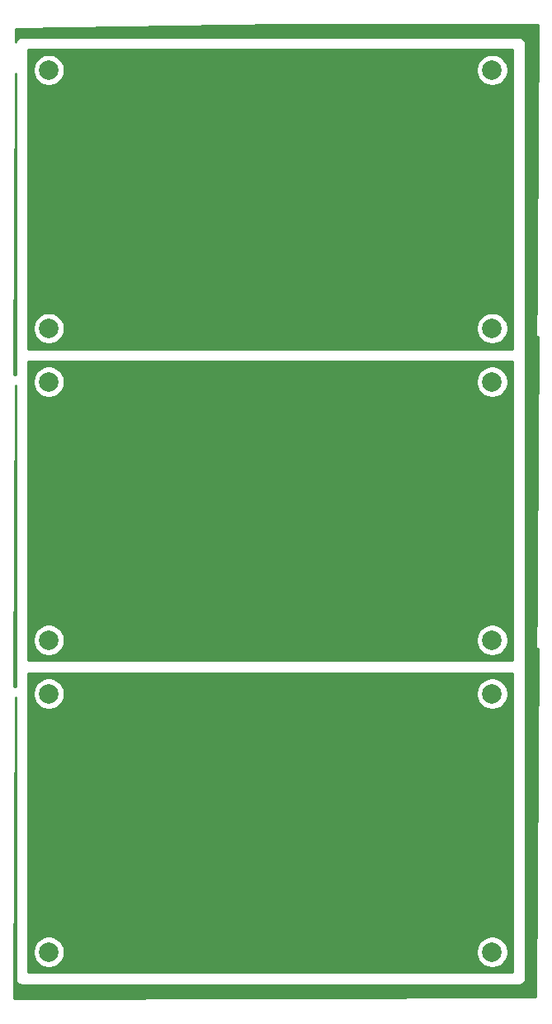
<source format=gbr>
G04 #@! TF.GenerationSoftware,KiCad,Pcbnew,5.1.5+dfsg1-2build2*
G04 #@! TF.CreationDate,2022-03-04T19:21:09-05:00*
G04 #@! TF.ProjectId,,58585858-5858-4585-9858-585858585858,rev?*
G04 #@! TF.SameCoordinates,Original*
G04 #@! TF.FileFunction,Copper,L1,Top*
G04 #@! TF.FilePolarity,Positive*
%FSLAX46Y46*%
G04 Gerber Fmt 4.6, Leading zero omitted, Abs format (unit mm)*
G04 Created by KiCad (PCBNEW 5.1.5+dfsg1-2build2) date 2022-03-04 19:21:09*
%MOMM*%
%LPD*%
G04 APERTURE LIST*
%ADD10C,1.998980*%
%ADD11C,0.254000*%
G04 APERTURE END LIST*
D10*
X135207000Y-140969080D03*
X135207000Y-108969080D03*
X89707000Y-140969080D03*
X89707000Y-108969080D03*
X135207000Y-114469080D03*
X135207000Y-82469080D03*
X89707000Y-114469080D03*
X89707000Y-82469080D03*
X135207000Y-76969080D03*
X89707000Y-76969080D03*
X135207000Y-50469080D03*
X89707000Y-50469080D03*
D11*
G36*
X86297001Y-79686651D02*
G01*
X86293807Y-79719080D01*
X86297000Y-79751499D01*
X86297000Y-81726445D01*
X86182672Y-81726726D01*
X86297000Y-50831740D01*
X86297001Y-79686651D01*
G37*
X86297001Y-79686651D02*
X86293807Y-79719080D01*
X86297000Y-79751499D01*
X86297000Y-81726445D01*
X86182672Y-81726726D01*
X86297000Y-50831740D01*
X86297001Y-79686651D01*
G36*
X137297000Y-81601007D02*
G01*
X136593913Y-81602736D01*
X136476592Y-81427153D01*
X136248927Y-81199488D01*
X135981222Y-81020613D01*
X135683763Y-80897402D01*
X135367983Y-80834590D01*
X135046017Y-80834590D01*
X134730237Y-80897402D01*
X134432778Y-81020613D01*
X134165073Y-81199488D01*
X133937408Y-81427153D01*
X133815521Y-81609570D01*
X91163593Y-81714475D01*
X91155467Y-81694858D01*
X90976592Y-81427153D01*
X90748927Y-81199488D01*
X90481222Y-81020613D01*
X90183763Y-80897402D01*
X89867983Y-80834590D01*
X89546017Y-80834590D01*
X89230237Y-80897402D01*
X88932778Y-81020613D01*
X88665073Y-81199488D01*
X88437408Y-81427153D01*
X88258533Y-81694858D01*
X88247436Y-81721648D01*
X87617000Y-81723198D01*
X87617000Y-80379080D01*
X137297000Y-80379080D01*
X137297000Y-81601007D01*
G37*
X137297000Y-81601007D02*
X136593913Y-81602736D01*
X136476592Y-81427153D01*
X136248927Y-81199488D01*
X135981222Y-81020613D01*
X135683763Y-80897402D01*
X135367983Y-80834590D01*
X135046017Y-80834590D01*
X134730237Y-80897402D01*
X134432778Y-81020613D01*
X134165073Y-81199488D01*
X133937408Y-81427153D01*
X133815521Y-81609570D01*
X91163593Y-81714475D01*
X91155467Y-81694858D01*
X90976592Y-81427153D01*
X90748927Y-81199488D01*
X90481222Y-81020613D01*
X90183763Y-80897402D01*
X89867983Y-80834590D01*
X89546017Y-80834590D01*
X89230237Y-80897402D01*
X88932778Y-81020613D01*
X88665073Y-81199488D01*
X88437408Y-81427153D01*
X88258533Y-81694858D01*
X88247436Y-81721648D01*
X87617000Y-81723198D01*
X87617000Y-80379080D01*
X137297000Y-80379080D01*
X137297000Y-81601007D01*
G36*
X139629825Y-81595269D02*
G01*
X138617000Y-81597760D01*
X138617000Y-79751499D01*
X138620193Y-79719080D01*
X138617000Y-79686661D01*
X138617000Y-47751499D01*
X138620193Y-47719080D01*
X138607450Y-47589697D01*
X138569710Y-47465287D01*
X138508425Y-47350630D01*
X138425948Y-47250132D01*
X138325450Y-47167655D01*
X138210793Y-47106370D01*
X138086383Y-47068630D01*
X137989419Y-47059080D01*
X137957000Y-47055887D01*
X137924581Y-47059080D01*
X86989419Y-47059080D01*
X86957000Y-47055887D01*
X86924581Y-47059080D01*
X86827617Y-47068630D01*
X86703207Y-47106370D01*
X86588550Y-47167655D01*
X86488052Y-47250132D01*
X86405575Y-47350630D01*
X86344290Y-47465287D01*
X86309028Y-47581530D01*
X86313818Y-46287022D01*
X113508508Y-45867320D01*
X139897167Y-45867320D01*
X139629825Y-81595269D01*
G37*
X139629825Y-81595269D02*
X138617000Y-81597760D01*
X138617000Y-79751499D01*
X138620193Y-79719080D01*
X138617000Y-79686661D01*
X138617000Y-47751499D01*
X138620193Y-47719080D01*
X138607450Y-47589697D01*
X138569710Y-47465287D01*
X138508425Y-47350630D01*
X138425948Y-47250132D01*
X138325450Y-47167655D01*
X138210793Y-47106370D01*
X138086383Y-47068630D01*
X137989419Y-47059080D01*
X137957000Y-47055887D01*
X137924581Y-47059080D01*
X86989419Y-47059080D01*
X86957000Y-47055887D01*
X86924581Y-47059080D01*
X86827617Y-47068630D01*
X86703207Y-47106370D01*
X86588550Y-47167655D01*
X86488052Y-47250132D01*
X86405575Y-47350630D01*
X86344290Y-47465287D01*
X86309028Y-47581530D01*
X86313818Y-46287022D01*
X113508508Y-45867320D01*
X139897167Y-45867320D01*
X139629825Y-81595269D01*
G36*
X137297001Y-79059080D02*
G01*
X87617000Y-79059080D01*
X87617000Y-76808097D01*
X88072510Y-76808097D01*
X88072510Y-77130063D01*
X88135322Y-77445843D01*
X88258533Y-77743302D01*
X88437408Y-78011007D01*
X88665073Y-78238672D01*
X88932778Y-78417547D01*
X89230237Y-78540758D01*
X89546017Y-78603570D01*
X89867983Y-78603570D01*
X90183763Y-78540758D01*
X90481222Y-78417547D01*
X90748927Y-78238672D01*
X90976592Y-78011007D01*
X91155467Y-77743302D01*
X91278678Y-77445843D01*
X91341490Y-77130063D01*
X91341490Y-76808097D01*
X133572510Y-76808097D01*
X133572510Y-77130063D01*
X133635322Y-77445843D01*
X133758533Y-77743302D01*
X133937408Y-78011007D01*
X134165073Y-78238672D01*
X134432778Y-78417547D01*
X134730237Y-78540758D01*
X135046017Y-78603570D01*
X135367983Y-78603570D01*
X135683763Y-78540758D01*
X135981222Y-78417547D01*
X136248927Y-78238672D01*
X136476592Y-78011007D01*
X136655467Y-77743302D01*
X136778678Y-77445843D01*
X136841490Y-77130063D01*
X136841490Y-76808097D01*
X136778678Y-76492317D01*
X136655467Y-76194858D01*
X136476592Y-75927153D01*
X136248927Y-75699488D01*
X135981222Y-75520613D01*
X135683763Y-75397402D01*
X135367983Y-75334590D01*
X135046017Y-75334590D01*
X134730237Y-75397402D01*
X134432778Y-75520613D01*
X134165073Y-75699488D01*
X133937408Y-75927153D01*
X133758533Y-76194858D01*
X133635322Y-76492317D01*
X133572510Y-76808097D01*
X91341490Y-76808097D01*
X91278678Y-76492317D01*
X91155467Y-76194858D01*
X90976592Y-75927153D01*
X90748927Y-75699488D01*
X90481222Y-75520613D01*
X90183763Y-75397402D01*
X89867983Y-75334590D01*
X89546017Y-75334590D01*
X89230237Y-75397402D01*
X88932778Y-75520613D01*
X88665073Y-75699488D01*
X88437408Y-75927153D01*
X88258533Y-76194858D01*
X88135322Y-76492317D01*
X88072510Y-76808097D01*
X87617000Y-76808097D01*
X87617000Y-50308097D01*
X88072510Y-50308097D01*
X88072510Y-50630063D01*
X88135322Y-50945843D01*
X88258533Y-51243302D01*
X88437408Y-51511007D01*
X88665073Y-51738672D01*
X88932778Y-51917547D01*
X89230237Y-52040758D01*
X89546017Y-52103570D01*
X89867983Y-52103570D01*
X90183763Y-52040758D01*
X90481222Y-51917547D01*
X90748927Y-51738672D01*
X90976592Y-51511007D01*
X91155467Y-51243302D01*
X91278678Y-50945843D01*
X91341490Y-50630063D01*
X91341490Y-50308097D01*
X133572510Y-50308097D01*
X133572510Y-50630063D01*
X133635322Y-50945843D01*
X133758533Y-51243302D01*
X133937408Y-51511007D01*
X134165073Y-51738672D01*
X134432778Y-51917547D01*
X134730237Y-52040758D01*
X135046017Y-52103570D01*
X135367983Y-52103570D01*
X135683763Y-52040758D01*
X135981222Y-51917547D01*
X136248927Y-51738672D01*
X136476592Y-51511007D01*
X136655467Y-51243302D01*
X136778678Y-50945843D01*
X136841490Y-50630063D01*
X136841490Y-50308097D01*
X136778678Y-49992317D01*
X136655467Y-49694858D01*
X136476592Y-49427153D01*
X136248927Y-49199488D01*
X135981222Y-49020613D01*
X135683763Y-48897402D01*
X135367983Y-48834590D01*
X135046017Y-48834590D01*
X134730237Y-48897402D01*
X134432778Y-49020613D01*
X134165073Y-49199488D01*
X133937408Y-49427153D01*
X133758533Y-49694858D01*
X133635322Y-49992317D01*
X133572510Y-50308097D01*
X91341490Y-50308097D01*
X91278678Y-49992317D01*
X91155467Y-49694858D01*
X90976592Y-49427153D01*
X90748927Y-49199488D01*
X90481222Y-49020613D01*
X90183763Y-48897402D01*
X89867983Y-48834590D01*
X89546017Y-48834590D01*
X89230237Y-48897402D01*
X88932778Y-49020613D01*
X88665073Y-49199488D01*
X88437408Y-49427153D01*
X88258533Y-49694858D01*
X88135322Y-49992317D01*
X88072510Y-50308097D01*
X87617000Y-50308097D01*
X87617000Y-48379080D01*
X137297000Y-48379080D01*
X137297001Y-79059080D01*
G37*
X137297001Y-79059080D02*
X87617000Y-79059080D01*
X87617000Y-76808097D01*
X88072510Y-76808097D01*
X88072510Y-77130063D01*
X88135322Y-77445843D01*
X88258533Y-77743302D01*
X88437408Y-78011007D01*
X88665073Y-78238672D01*
X88932778Y-78417547D01*
X89230237Y-78540758D01*
X89546017Y-78603570D01*
X89867983Y-78603570D01*
X90183763Y-78540758D01*
X90481222Y-78417547D01*
X90748927Y-78238672D01*
X90976592Y-78011007D01*
X91155467Y-77743302D01*
X91278678Y-77445843D01*
X91341490Y-77130063D01*
X91341490Y-76808097D01*
X133572510Y-76808097D01*
X133572510Y-77130063D01*
X133635322Y-77445843D01*
X133758533Y-77743302D01*
X133937408Y-78011007D01*
X134165073Y-78238672D01*
X134432778Y-78417547D01*
X134730237Y-78540758D01*
X135046017Y-78603570D01*
X135367983Y-78603570D01*
X135683763Y-78540758D01*
X135981222Y-78417547D01*
X136248927Y-78238672D01*
X136476592Y-78011007D01*
X136655467Y-77743302D01*
X136778678Y-77445843D01*
X136841490Y-77130063D01*
X136841490Y-76808097D01*
X136778678Y-76492317D01*
X136655467Y-76194858D01*
X136476592Y-75927153D01*
X136248927Y-75699488D01*
X135981222Y-75520613D01*
X135683763Y-75397402D01*
X135367983Y-75334590D01*
X135046017Y-75334590D01*
X134730237Y-75397402D01*
X134432778Y-75520613D01*
X134165073Y-75699488D01*
X133937408Y-75927153D01*
X133758533Y-76194858D01*
X133635322Y-76492317D01*
X133572510Y-76808097D01*
X91341490Y-76808097D01*
X91278678Y-76492317D01*
X91155467Y-76194858D01*
X90976592Y-75927153D01*
X90748927Y-75699488D01*
X90481222Y-75520613D01*
X90183763Y-75397402D01*
X89867983Y-75334590D01*
X89546017Y-75334590D01*
X89230237Y-75397402D01*
X88932778Y-75520613D01*
X88665073Y-75699488D01*
X88437408Y-75927153D01*
X88258533Y-76194858D01*
X88135322Y-76492317D01*
X88072510Y-76808097D01*
X87617000Y-76808097D01*
X87617000Y-50308097D01*
X88072510Y-50308097D01*
X88072510Y-50630063D01*
X88135322Y-50945843D01*
X88258533Y-51243302D01*
X88437408Y-51511007D01*
X88665073Y-51738672D01*
X88932778Y-51917547D01*
X89230237Y-52040758D01*
X89546017Y-52103570D01*
X89867983Y-52103570D01*
X90183763Y-52040758D01*
X90481222Y-51917547D01*
X90748927Y-51738672D01*
X90976592Y-51511007D01*
X91155467Y-51243302D01*
X91278678Y-50945843D01*
X91341490Y-50630063D01*
X91341490Y-50308097D01*
X133572510Y-50308097D01*
X133572510Y-50630063D01*
X133635322Y-50945843D01*
X133758533Y-51243302D01*
X133937408Y-51511007D01*
X134165073Y-51738672D01*
X134432778Y-51917547D01*
X134730237Y-52040758D01*
X135046017Y-52103570D01*
X135367983Y-52103570D01*
X135683763Y-52040758D01*
X135981222Y-51917547D01*
X136248927Y-51738672D01*
X136476592Y-51511007D01*
X136655467Y-51243302D01*
X136778678Y-50945843D01*
X136841490Y-50630063D01*
X136841490Y-50308097D01*
X136778678Y-49992317D01*
X136655467Y-49694858D01*
X136476592Y-49427153D01*
X136248927Y-49199488D01*
X135981222Y-49020613D01*
X135683763Y-48897402D01*
X135367983Y-48834590D01*
X135046017Y-48834590D01*
X134730237Y-48897402D01*
X134432778Y-49020613D01*
X134165073Y-49199488D01*
X133937408Y-49427153D01*
X133758533Y-49694858D01*
X133635322Y-49992317D01*
X133572510Y-50308097D01*
X91341490Y-50308097D01*
X91278678Y-49992317D01*
X91155467Y-49694858D01*
X90976592Y-49427153D01*
X90748927Y-49199488D01*
X90481222Y-49020613D01*
X90183763Y-48897402D01*
X89867983Y-48834590D01*
X89546017Y-48834590D01*
X89230237Y-48897402D01*
X88932778Y-49020613D01*
X88665073Y-49199488D01*
X88437408Y-49427153D01*
X88258533Y-49694858D01*
X88135322Y-49992317D01*
X88072510Y-50308097D01*
X87617000Y-50308097D01*
X87617000Y-48379080D01*
X137297000Y-48379080D01*
X137297001Y-79059080D01*
G36*
X86297001Y-111686651D02*
G01*
X86293807Y-111719080D01*
X86297000Y-111751499D01*
X86297000Y-113726445D01*
X86182672Y-113726726D01*
X86297000Y-82831740D01*
X86297001Y-111686651D01*
G37*
X86297001Y-111686651D02*
X86293807Y-111719080D01*
X86297000Y-111751499D01*
X86297000Y-113726445D01*
X86182672Y-113726726D01*
X86297000Y-82831740D01*
X86297001Y-111686651D01*
G36*
X137297000Y-113601007D02*
G01*
X136593913Y-113602736D01*
X136476592Y-113427153D01*
X136248927Y-113199488D01*
X135981222Y-113020613D01*
X135683763Y-112897402D01*
X135367983Y-112834590D01*
X135046017Y-112834590D01*
X134730237Y-112897402D01*
X134432778Y-113020613D01*
X134165073Y-113199488D01*
X133937408Y-113427153D01*
X133815521Y-113609570D01*
X91163593Y-113714475D01*
X91155467Y-113694858D01*
X90976592Y-113427153D01*
X90748927Y-113199488D01*
X90481222Y-113020613D01*
X90183763Y-112897402D01*
X89867983Y-112834590D01*
X89546017Y-112834590D01*
X89230237Y-112897402D01*
X88932778Y-113020613D01*
X88665073Y-113199488D01*
X88437408Y-113427153D01*
X88258533Y-113694858D01*
X88247436Y-113721648D01*
X87617000Y-113723198D01*
X87617000Y-112379080D01*
X137297000Y-112379080D01*
X137297000Y-113601007D01*
G37*
X137297000Y-113601007D02*
X136593913Y-113602736D01*
X136476592Y-113427153D01*
X136248927Y-113199488D01*
X135981222Y-113020613D01*
X135683763Y-112897402D01*
X135367983Y-112834590D01*
X135046017Y-112834590D01*
X134730237Y-112897402D01*
X134432778Y-113020613D01*
X134165073Y-113199488D01*
X133937408Y-113427153D01*
X133815521Y-113609570D01*
X91163593Y-113714475D01*
X91155467Y-113694858D01*
X90976592Y-113427153D01*
X90748927Y-113199488D01*
X90481222Y-113020613D01*
X90183763Y-112897402D01*
X89867983Y-112834590D01*
X89546017Y-112834590D01*
X89230237Y-112897402D01*
X88932778Y-113020613D01*
X88665073Y-113199488D01*
X88437408Y-113427153D01*
X88258533Y-113694858D01*
X88247436Y-113721648D01*
X87617000Y-113723198D01*
X87617000Y-112379080D01*
X137297000Y-112379080D01*
X137297000Y-113601007D01*
G36*
X139629825Y-113595269D02*
G01*
X138617000Y-113597760D01*
X138617000Y-111751499D01*
X138620193Y-111719080D01*
X138617000Y-111686661D01*
X138617000Y-79751499D01*
X138620193Y-79719080D01*
X138617000Y-79686661D01*
X138617000Y-77867320D01*
X139897167Y-77867320D01*
X139629825Y-113595269D01*
G37*
X139629825Y-113595269D02*
X138617000Y-113597760D01*
X138617000Y-111751499D01*
X138620193Y-111719080D01*
X138617000Y-111686661D01*
X138617000Y-79751499D01*
X138620193Y-79719080D01*
X138617000Y-79686661D01*
X138617000Y-77867320D01*
X139897167Y-77867320D01*
X139629825Y-113595269D01*
G36*
X137297001Y-111059080D02*
G01*
X87617000Y-111059080D01*
X87617000Y-108808097D01*
X88072510Y-108808097D01*
X88072510Y-109130063D01*
X88135322Y-109445843D01*
X88258533Y-109743302D01*
X88437408Y-110011007D01*
X88665073Y-110238672D01*
X88932778Y-110417547D01*
X89230237Y-110540758D01*
X89546017Y-110603570D01*
X89867983Y-110603570D01*
X90183763Y-110540758D01*
X90481222Y-110417547D01*
X90748927Y-110238672D01*
X90976592Y-110011007D01*
X91155467Y-109743302D01*
X91278678Y-109445843D01*
X91341490Y-109130063D01*
X91341490Y-108808097D01*
X133572510Y-108808097D01*
X133572510Y-109130063D01*
X133635322Y-109445843D01*
X133758533Y-109743302D01*
X133937408Y-110011007D01*
X134165073Y-110238672D01*
X134432778Y-110417547D01*
X134730237Y-110540758D01*
X135046017Y-110603570D01*
X135367983Y-110603570D01*
X135683763Y-110540758D01*
X135981222Y-110417547D01*
X136248927Y-110238672D01*
X136476592Y-110011007D01*
X136655467Y-109743302D01*
X136778678Y-109445843D01*
X136841490Y-109130063D01*
X136841490Y-108808097D01*
X136778678Y-108492317D01*
X136655467Y-108194858D01*
X136476592Y-107927153D01*
X136248927Y-107699488D01*
X135981222Y-107520613D01*
X135683763Y-107397402D01*
X135367983Y-107334590D01*
X135046017Y-107334590D01*
X134730237Y-107397402D01*
X134432778Y-107520613D01*
X134165073Y-107699488D01*
X133937408Y-107927153D01*
X133758533Y-108194858D01*
X133635322Y-108492317D01*
X133572510Y-108808097D01*
X91341490Y-108808097D01*
X91278678Y-108492317D01*
X91155467Y-108194858D01*
X90976592Y-107927153D01*
X90748927Y-107699488D01*
X90481222Y-107520613D01*
X90183763Y-107397402D01*
X89867983Y-107334590D01*
X89546017Y-107334590D01*
X89230237Y-107397402D01*
X88932778Y-107520613D01*
X88665073Y-107699488D01*
X88437408Y-107927153D01*
X88258533Y-108194858D01*
X88135322Y-108492317D01*
X88072510Y-108808097D01*
X87617000Y-108808097D01*
X87617000Y-82308097D01*
X88072510Y-82308097D01*
X88072510Y-82630063D01*
X88135322Y-82945843D01*
X88258533Y-83243302D01*
X88437408Y-83511007D01*
X88665073Y-83738672D01*
X88932778Y-83917547D01*
X89230237Y-84040758D01*
X89546017Y-84103570D01*
X89867983Y-84103570D01*
X90183763Y-84040758D01*
X90481222Y-83917547D01*
X90748927Y-83738672D01*
X90976592Y-83511007D01*
X91155467Y-83243302D01*
X91278678Y-82945843D01*
X91341490Y-82630063D01*
X91341490Y-82308097D01*
X133572510Y-82308097D01*
X133572510Y-82630063D01*
X133635322Y-82945843D01*
X133758533Y-83243302D01*
X133937408Y-83511007D01*
X134165073Y-83738672D01*
X134432778Y-83917547D01*
X134730237Y-84040758D01*
X135046017Y-84103570D01*
X135367983Y-84103570D01*
X135683763Y-84040758D01*
X135981222Y-83917547D01*
X136248927Y-83738672D01*
X136476592Y-83511007D01*
X136655467Y-83243302D01*
X136778678Y-82945843D01*
X136841490Y-82630063D01*
X136841490Y-82308097D01*
X136778678Y-81992317D01*
X136655467Y-81694858D01*
X136476592Y-81427153D01*
X136248927Y-81199488D01*
X135981222Y-81020613D01*
X135683763Y-80897402D01*
X135367983Y-80834590D01*
X135046017Y-80834590D01*
X134730237Y-80897402D01*
X134432778Y-81020613D01*
X134165073Y-81199488D01*
X133937408Y-81427153D01*
X133758533Y-81694858D01*
X133635322Y-81992317D01*
X133572510Y-82308097D01*
X91341490Y-82308097D01*
X91278678Y-81992317D01*
X91155467Y-81694858D01*
X90976592Y-81427153D01*
X90748927Y-81199488D01*
X90481222Y-81020613D01*
X90183763Y-80897402D01*
X89867983Y-80834590D01*
X89546017Y-80834590D01*
X89230237Y-80897402D01*
X88932778Y-81020613D01*
X88665073Y-81199488D01*
X88437408Y-81427153D01*
X88258533Y-81694858D01*
X88135322Y-81992317D01*
X88072510Y-82308097D01*
X87617000Y-82308097D01*
X87617000Y-80379080D01*
X137297000Y-80379080D01*
X137297001Y-111059080D01*
G37*
X137297001Y-111059080D02*
X87617000Y-111059080D01*
X87617000Y-108808097D01*
X88072510Y-108808097D01*
X88072510Y-109130063D01*
X88135322Y-109445843D01*
X88258533Y-109743302D01*
X88437408Y-110011007D01*
X88665073Y-110238672D01*
X88932778Y-110417547D01*
X89230237Y-110540758D01*
X89546017Y-110603570D01*
X89867983Y-110603570D01*
X90183763Y-110540758D01*
X90481222Y-110417547D01*
X90748927Y-110238672D01*
X90976592Y-110011007D01*
X91155467Y-109743302D01*
X91278678Y-109445843D01*
X91341490Y-109130063D01*
X91341490Y-108808097D01*
X133572510Y-108808097D01*
X133572510Y-109130063D01*
X133635322Y-109445843D01*
X133758533Y-109743302D01*
X133937408Y-110011007D01*
X134165073Y-110238672D01*
X134432778Y-110417547D01*
X134730237Y-110540758D01*
X135046017Y-110603570D01*
X135367983Y-110603570D01*
X135683763Y-110540758D01*
X135981222Y-110417547D01*
X136248927Y-110238672D01*
X136476592Y-110011007D01*
X136655467Y-109743302D01*
X136778678Y-109445843D01*
X136841490Y-109130063D01*
X136841490Y-108808097D01*
X136778678Y-108492317D01*
X136655467Y-108194858D01*
X136476592Y-107927153D01*
X136248927Y-107699488D01*
X135981222Y-107520613D01*
X135683763Y-107397402D01*
X135367983Y-107334590D01*
X135046017Y-107334590D01*
X134730237Y-107397402D01*
X134432778Y-107520613D01*
X134165073Y-107699488D01*
X133937408Y-107927153D01*
X133758533Y-108194858D01*
X133635322Y-108492317D01*
X133572510Y-108808097D01*
X91341490Y-108808097D01*
X91278678Y-108492317D01*
X91155467Y-108194858D01*
X90976592Y-107927153D01*
X90748927Y-107699488D01*
X90481222Y-107520613D01*
X90183763Y-107397402D01*
X89867983Y-107334590D01*
X89546017Y-107334590D01*
X89230237Y-107397402D01*
X88932778Y-107520613D01*
X88665073Y-107699488D01*
X88437408Y-107927153D01*
X88258533Y-108194858D01*
X88135322Y-108492317D01*
X88072510Y-108808097D01*
X87617000Y-108808097D01*
X87617000Y-82308097D01*
X88072510Y-82308097D01*
X88072510Y-82630063D01*
X88135322Y-82945843D01*
X88258533Y-83243302D01*
X88437408Y-83511007D01*
X88665073Y-83738672D01*
X88932778Y-83917547D01*
X89230237Y-84040758D01*
X89546017Y-84103570D01*
X89867983Y-84103570D01*
X90183763Y-84040758D01*
X90481222Y-83917547D01*
X90748927Y-83738672D01*
X90976592Y-83511007D01*
X91155467Y-83243302D01*
X91278678Y-82945843D01*
X91341490Y-82630063D01*
X91341490Y-82308097D01*
X133572510Y-82308097D01*
X133572510Y-82630063D01*
X133635322Y-82945843D01*
X133758533Y-83243302D01*
X133937408Y-83511007D01*
X134165073Y-83738672D01*
X134432778Y-83917547D01*
X134730237Y-84040758D01*
X135046017Y-84103570D01*
X135367983Y-84103570D01*
X135683763Y-84040758D01*
X135981222Y-83917547D01*
X136248927Y-83738672D01*
X136476592Y-83511007D01*
X136655467Y-83243302D01*
X136778678Y-82945843D01*
X136841490Y-82630063D01*
X136841490Y-82308097D01*
X136778678Y-81992317D01*
X136655467Y-81694858D01*
X136476592Y-81427153D01*
X136248927Y-81199488D01*
X135981222Y-81020613D01*
X135683763Y-80897402D01*
X135367983Y-80834590D01*
X135046017Y-80834590D01*
X134730237Y-80897402D01*
X134432778Y-81020613D01*
X134165073Y-81199488D01*
X133937408Y-81427153D01*
X133758533Y-81694858D01*
X133635322Y-81992317D01*
X133572510Y-82308097D01*
X91341490Y-82308097D01*
X91278678Y-81992317D01*
X91155467Y-81694858D01*
X90976592Y-81427153D01*
X90748927Y-81199488D01*
X90481222Y-81020613D01*
X90183763Y-80897402D01*
X89867983Y-80834590D01*
X89546017Y-80834590D01*
X89230237Y-80897402D01*
X88932778Y-81020613D01*
X88665073Y-81199488D01*
X88437408Y-81427153D01*
X88258533Y-81694858D01*
X88135322Y-81992317D01*
X88072510Y-82308097D01*
X87617000Y-82308097D01*
X87617000Y-80379080D01*
X137297000Y-80379080D01*
X137297001Y-111059080D01*
G36*
X133937408Y-78011007D02*
G01*
X134165073Y-78238672D01*
X134432778Y-78417547D01*
X134730237Y-78540758D01*
X135046017Y-78603570D01*
X135367983Y-78603570D01*
X135683763Y-78540758D01*
X135981222Y-78417547D01*
X136248927Y-78238672D01*
X136476592Y-78011007D01*
X136572601Y-77867320D01*
X137297001Y-77867320D01*
X137297001Y-79059080D01*
X87617000Y-79059080D01*
X87617000Y-78266910D01*
X88682718Y-78250462D01*
X88932778Y-78417547D01*
X89230237Y-78540758D01*
X89546017Y-78603570D01*
X89867983Y-78603570D01*
X90183763Y-78540758D01*
X90481222Y-78417547D01*
X90748927Y-78238672D01*
X90769340Y-78218259D01*
X113508508Y-77867320D01*
X133841399Y-77867320D01*
X133937408Y-78011007D01*
G37*
X133937408Y-78011007D02*
X134165073Y-78238672D01*
X134432778Y-78417547D01*
X134730237Y-78540758D01*
X135046017Y-78603570D01*
X135367983Y-78603570D01*
X135683763Y-78540758D01*
X135981222Y-78417547D01*
X136248927Y-78238672D01*
X136476592Y-78011007D01*
X136572601Y-77867320D01*
X137297001Y-77867320D01*
X137297001Y-79059080D01*
X87617000Y-79059080D01*
X87617000Y-78266910D01*
X88682718Y-78250462D01*
X88932778Y-78417547D01*
X89230237Y-78540758D01*
X89546017Y-78603570D01*
X89867983Y-78603570D01*
X90183763Y-78540758D01*
X90481222Y-78417547D01*
X90748927Y-78238672D01*
X90769340Y-78218259D01*
X113508508Y-77867320D01*
X133841399Y-77867320D01*
X133937408Y-78011007D01*
G36*
X139629825Y-145595269D02*
G01*
X86182672Y-145726726D01*
X86297000Y-114831740D01*
X86297001Y-143686651D01*
X86293807Y-143719080D01*
X86306550Y-143848463D01*
X86344290Y-143972873D01*
X86405575Y-144087530D01*
X86488052Y-144188028D01*
X86588550Y-144270505D01*
X86703207Y-144331790D01*
X86827617Y-144369530D01*
X86924581Y-144379080D01*
X86957000Y-144382273D01*
X86989419Y-144379080D01*
X137924581Y-144379080D01*
X137957000Y-144382273D01*
X137989419Y-144379080D01*
X138086383Y-144369530D01*
X138210793Y-144331790D01*
X138325450Y-144270505D01*
X138425948Y-144188028D01*
X138508425Y-144087530D01*
X138569710Y-143972873D01*
X138607450Y-143848463D01*
X138620193Y-143719080D01*
X138617000Y-143686661D01*
X138617000Y-111751499D01*
X138620193Y-111719080D01*
X138617000Y-111686661D01*
X138617000Y-109867320D01*
X139897167Y-109867320D01*
X139629825Y-145595269D01*
G37*
X139629825Y-145595269D02*
X86182672Y-145726726D01*
X86297000Y-114831740D01*
X86297001Y-143686651D01*
X86293807Y-143719080D01*
X86306550Y-143848463D01*
X86344290Y-143972873D01*
X86405575Y-144087530D01*
X86488052Y-144188028D01*
X86588550Y-144270505D01*
X86703207Y-144331790D01*
X86827617Y-144369530D01*
X86924581Y-144379080D01*
X86957000Y-144382273D01*
X86989419Y-144379080D01*
X137924581Y-144379080D01*
X137957000Y-144382273D01*
X137989419Y-144379080D01*
X138086383Y-144369530D01*
X138210793Y-144331790D01*
X138325450Y-144270505D01*
X138425948Y-144188028D01*
X138508425Y-144087530D01*
X138569710Y-143972873D01*
X138607450Y-143848463D01*
X138620193Y-143719080D01*
X138617000Y-143686661D01*
X138617000Y-111751499D01*
X138620193Y-111719080D01*
X138617000Y-111686661D01*
X138617000Y-109867320D01*
X139897167Y-109867320D01*
X139629825Y-145595269D01*
G36*
X137297001Y-143059080D02*
G01*
X87617000Y-143059080D01*
X87617000Y-140808097D01*
X88072510Y-140808097D01*
X88072510Y-141130063D01*
X88135322Y-141445843D01*
X88258533Y-141743302D01*
X88437408Y-142011007D01*
X88665073Y-142238672D01*
X88932778Y-142417547D01*
X89230237Y-142540758D01*
X89546017Y-142603570D01*
X89867983Y-142603570D01*
X90183763Y-142540758D01*
X90481222Y-142417547D01*
X90748927Y-142238672D01*
X90976592Y-142011007D01*
X91155467Y-141743302D01*
X91278678Y-141445843D01*
X91341490Y-141130063D01*
X91341490Y-140808097D01*
X133572510Y-140808097D01*
X133572510Y-141130063D01*
X133635322Y-141445843D01*
X133758533Y-141743302D01*
X133937408Y-142011007D01*
X134165073Y-142238672D01*
X134432778Y-142417547D01*
X134730237Y-142540758D01*
X135046017Y-142603570D01*
X135367983Y-142603570D01*
X135683763Y-142540758D01*
X135981222Y-142417547D01*
X136248927Y-142238672D01*
X136476592Y-142011007D01*
X136655467Y-141743302D01*
X136778678Y-141445843D01*
X136841490Y-141130063D01*
X136841490Y-140808097D01*
X136778678Y-140492317D01*
X136655467Y-140194858D01*
X136476592Y-139927153D01*
X136248927Y-139699488D01*
X135981222Y-139520613D01*
X135683763Y-139397402D01*
X135367983Y-139334590D01*
X135046017Y-139334590D01*
X134730237Y-139397402D01*
X134432778Y-139520613D01*
X134165073Y-139699488D01*
X133937408Y-139927153D01*
X133758533Y-140194858D01*
X133635322Y-140492317D01*
X133572510Y-140808097D01*
X91341490Y-140808097D01*
X91278678Y-140492317D01*
X91155467Y-140194858D01*
X90976592Y-139927153D01*
X90748927Y-139699488D01*
X90481222Y-139520613D01*
X90183763Y-139397402D01*
X89867983Y-139334590D01*
X89546017Y-139334590D01*
X89230237Y-139397402D01*
X88932778Y-139520613D01*
X88665073Y-139699488D01*
X88437408Y-139927153D01*
X88258533Y-140194858D01*
X88135322Y-140492317D01*
X88072510Y-140808097D01*
X87617000Y-140808097D01*
X87617000Y-114308097D01*
X88072510Y-114308097D01*
X88072510Y-114630063D01*
X88135322Y-114945843D01*
X88258533Y-115243302D01*
X88437408Y-115511007D01*
X88665073Y-115738672D01*
X88932778Y-115917547D01*
X89230237Y-116040758D01*
X89546017Y-116103570D01*
X89867983Y-116103570D01*
X90183763Y-116040758D01*
X90481222Y-115917547D01*
X90748927Y-115738672D01*
X90976592Y-115511007D01*
X91155467Y-115243302D01*
X91278678Y-114945843D01*
X91341490Y-114630063D01*
X91341490Y-114308097D01*
X133572510Y-114308097D01*
X133572510Y-114630063D01*
X133635322Y-114945843D01*
X133758533Y-115243302D01*
X133937408Y-115511007D01*
X134165073Y-115738672D01*
X134432778Y-115917547D01*
X134730237Y-116040758D01*
X135046017Y-116103570D01*
X135367983Y-116103570D01*
X135683763Y-116040758D01*
X135981222Y-115917547D01*
X136248927Y-115738672D01*
X136476592Y-115511007D01*
X136655467Y-115243302D01*
X136778678Y-114945843D01*
X136841490Y-114630063D01*
X136841490Y-114308097D01*
X136778678Y-113992317D01*
X136655467Y-113694858D01*
X136476592Y-113427153D01*
X136248927Y-113199488D01*
X135981222Y-113020613D01*
X135683763Y-112897402D01*
X135367983Y-112834590D01*
X135046017Y-112834590D01*
X134730237Y-112897402D01*
X134432778Y-113020613D01*
X134165073Y-113199488D01*
X133937408Y-113427153D01*
X133758533Y-113694858D01*
X133635322Y-113992317D01*
X133572510Y-114308097D01*
X91341490Y-114308097D01*
X91278678Y-113992317D01*
X91155467Y-113694858D01*
X90976592Y-113427153D01*
X90748927Y-113199488D01*
X90481222Y-113020613D01*
X90183763Y-112897402D01*
X89867983Y-112834590D01*
X89546017Y-112834590D01*
X89230237Y-112897402D01*
X88932778Y-113020613D01*
X88665073Y-113199488D01*
X88437408Y-113427153D01*
X88258533Y-113694858D01*
X88135322Y-113992317D01*
X88072510Y-114308097D01*
X87617000Y-114308097D01*
X87617000Y-112379080D01*
X137297000Y-112379080D01*
X137297001Y-143059080D01*
G37*
X137297001Y-143059080D02*
X87617000Y-143059080D01*
X87617000Y-140808097D01*
X88072510Y-140808097D01*
X88072510Y-141130063D01*
X88135322Y-141445843D01*
X88258533Y-141743302D01*
X88437408Y-142011007D01*
X88665073Y-142238672D01*
X88932778Y-142417547D01*
X89230237Y-142540758D01*
X89546017Y-142603570D01*
X89867983Y-142603570D01*
X90183763Y-142540758D01*
X90481222Y-142417547D01*
X90748927Y-142238672D01*
X90976592Y-142011007D01*
X91155467Y-141743302D01*
X91278678Y-141445843D01*
X91341490Y-141130063D01*
X91341490Y-140808097D01*
X133572510Y-140808097D01*
X133572510Y-141130063D01*
X133635322Y-141445843D01*
X133758533Y-141743302D01*
X133937408Y-142011007D01*
X134165073Y-142238672D01*
X134432778Y-142417547D01*
X134730237Y-142540758D01*
X135046017Y-142603570D01*
X135367983Y-142603570D01*
X135683763Y-142540758D01*
X135981222Y-142417547D01*
X136248927Y-142238672D01*
X136476592Y-142011007D01*
X136655467Y-141743302D01*
X136778678Y-141445843D01*
X136841490Y-141130063D01*
X136841490Y-140808097D01*
X136778678Y-140492317D01*
X136655467Y-140194858D01*
X136476592Y-139927153D01*
X136248927Y-139699488D01*
X135981222Y-139520613D01*
X135683763Y-139397402D01*
X135367983Y-139334590D01*
X135046017Y-139334590D01*
X134730237Y-139397402D01*
X134432778Y-139520613D01*
X134165073Y-139699488D01*
X133937408Y-139927153D01*
X133758533Y-140194858D01*
X133635322Y-140492317D01*
X133572510Y-140808097D01*
X91341490Y-140808097D01*
X91278678Y-140492317D01*
X91155467Y-140194858D01*
X90976592Y-139927153D01*
X90748927Y-139699488D01*
X90481222Y-139520613D01*
X90183763Y-139397402D01*
X89867983Y-139334590D01*
X89546017Y-139334590D01*
X89230237Y-139397402D01*
X88932778Y-139520613D01*
X88665073Y-139699488D01*
X88437408Y-139927153D01*
X88258533Y-140194858D01*
X88135322Y-140492317D01*
X88072510Y-140808097D01*
X87617000Y-140808097D01*
X87617000Y-114308097D01*
X88072510Y-114308097D01*
X88072510Y-114630063D01*
X88135322Y-114945843D01*
X88258533Y-115243302D01*
X88437408Y-115511007D01*
X88665073Y-115738672D01*
X88932778Y-115917547D01*
X89230237Y-116040758D01*
X89546017Y-116103570D01*
X89867983Y-116103570D01*
X90183763Y-116040758D01*
X90481222Y-115917547D01*
X90748927Y-115738672D01*
X90976592Y-115511007D01*
X91155467Y-115243302D01*
X91278678Y-114945843D01*
X91341490Y-114630063D01*
X91341490Y-114308097D01*
X133572510Y-114308097D01*
X133572510Y-114630063D01*
X133635322Y-114945843D01*
X133758533Y-115243302D01*
X133937408Y-115511007D01*
X134165073Y-115738672D01*
X134432778Y-115917547D01*
X134730237Y-116040758D01*
X135046017Y-116103570D01*
X135367983Y-116103570D01*
X135683763Y-116040758D01*
X135981222Y-115917547D01*
X136248927Y-115738672D01*
X136476592Y-115511007D01*
X136655467Y-115243302D01*
X136778678Y-114945843D01*
X136841490Y-114630063D01*
X136841490Y-114308097D01*
X136778678Y-113992317D01*
X136655467Y-113694858D01*
X136476592Y-113427153D01*
X136248927Y-113199488D01*
X135981222Y-113020613D01*
X135683763Y-112897402D01*
X135367983Y-112834590D01*
X135046017Y-112834590D01*
X134730237Y-112897402D01*
X134432778Y-113020613D01*
X134165073Y-113199488D01*
X133937408Y-113427153D01*
X133758533Y-113694858D01*
X133635322Y-113992317D01*
X133572510Y-114308097D01*
X91341490Y-114308097D01*
X91278678Y-113992317D01*
X91155467Y-113694858D01*
X90976592Y-113427153D01*
X90748927Y-113199488D01*
X90481222Y-113020613D01*
X90183763Y-112897402D01*
X89867983Y-112834590D01*
X89546017Y-112834590D01*
X89230237Y-112897402D01*
X88932778Y-113020613D01*
X88665073Y-113199488D01*
X88437408Y-113427153D01*
X88258533Y-113694858D01*
X88135322Y-113992317D01*
X88072510Y-114308097D01*
X87617000Y-114308097D01*
X87617000Y-112379080D01*
X137297000Y-112379080D01*
X137297001Y-143059080D01*
G36*
X133937408Y-110011007D02*
G01*
X134165073Y-110238672D01*
X134432778Y-110417547D01*
X134730237Y-110540758D01*
X135046017Y-110603570D01*
X135367983Y-110603570D01*
X135683763Y-110540758D01*
X135981222Y-110417547D01*
X136248927Y-110238672D01*
X136476592Y-110011007D01*
X136572601Y-109867320D01*
X137297001Y-109867320D01*
X137297001Y-111059080D01*
X87617000Y-111059080D01*
X87617000Y-110266910D01*
X88682718Y-110250462D01*
X88932778Y-110417547D01*
X89230237Y-110540758D01*
X89546017Y-110603570D01*
X89867983Y-110603570D01*
X90183763Y-110540758D01*
X90481222Y-110417547D01*
X90748927Y-110238672D01*
X90769340Y-110218259D01*
X113508508Y-109867320D01*
X133841399Y-109867320D01*
X133937408Y-110011007D01*
G37*
X133937408Y-110011007D02*
X134165073Y-110238672D01*
X134432778Y-110417547D01*
X134730237Y-110540758D01*
X135046017Y-110603570D01*
X135367983Y-110603570D01*
X135683763Y-110540758D01*
X135981222Y-110417547D01*
X136248927Y-110238672D01*
X136476592Y-110011007D01*
X136572601Y-109867320D01*
X137297001Y-109867320D01*
X137297001Y-111059080D01*
X87617000Y-111059080D01*
X87617000Y-110266910D01*
X88682718Y-110250462D01*
X88932778Y-110417547D01*
X89230237Y-110540758D01*
X89546017Y-110603570D01*
X89867983Y-110603570D01*
X90183763Y-110540758D01*
X90481222Y-110417547D01*
X90748927Y-110238672D01*
X90769340Y-110218259D01*
X113508508Y-109867320D01*
X133841399Y-109867320D01*
X133937408Y-110011007D01*
M02*

</source>
